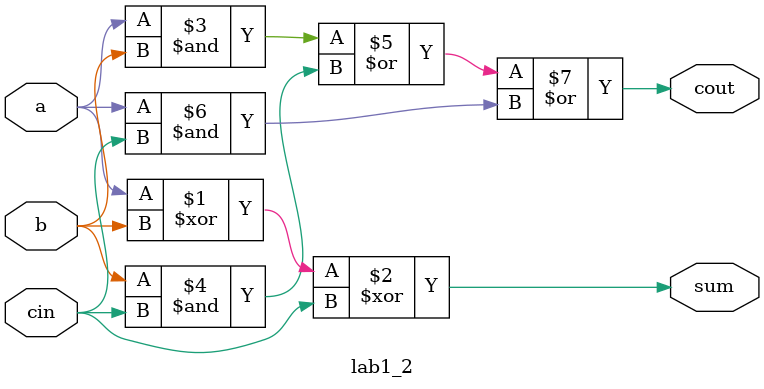
<source format=v>
module lab1_2(a, b, cin, sum, cout);
	input a, b ,cin;
	output sum, cout;

	assign sum = a ^ b ^ cin;
	assign cout = ( a & b ) | ( b & cin ) | ( a & cin );
endmodule

</source>
